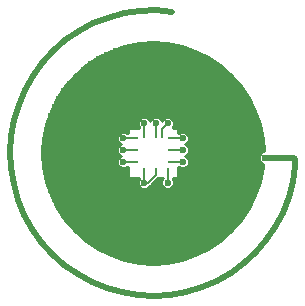
<source format=gbr>
G04 #@! TF.GenerationSoftware,KiCad,Pcbnew,5.0.2-bee76a0~70~ubuntu18.04.1*
G04 #@! TF.CreationDate,2019-07-03T17:50:11+02:00*
G04 #@! TF.ProjectId,upper_Sensor,75707065-725f-4536-956e-736f722e6b69,rev?*
G04 #@! TF.SameCoordinates,Original*
G04 #@! TF.FileFunction,Copper,L2,Bot*
G04 #@! TF.FilePolarity,Positive*
%FSLAX46Y46*%
G04 Gerber Fmt 4.6, Leading zero omitted, Abs format (unit mm)*
G04 Created by KiCad (PCBNEW 5.0.2-bee76a0~70~ubuntu18.04.1) date Mi 03 Jul 2019 17:50:11 CEST*
%MOMM*%
%LPD*%
G01*
G04 APERTURE LIST*
G04 #@! TA.AperFunction,SMDPad,CuDef*
%ADD10R,0.250000X0.500000*%
G04 #@! TD*
G04 #@! TA.AperFunction,SMDPad,CuDef*
%ADD11R,0.500000X0.250000*%
G04 #@! TD*
G04 #@! TA.AperFunction,ViaPad*
%ADD12C,0.600000*%
G04 #@! TD*
G04 #@! TA.AperFunction,Conductor*
%ADD13C,0.130000*%
G04 #@! TD*
G04 #@! TA.AperFunction,Conductor*
%ADD14C,0.500000*%
G04 #@! TD*
G04 #@! TA.AperFunction,Conductor*
%ADD15C,0.254000*%
G04 #@! TD*
G04 APERTURE END LIST*
D10*
G04 #@! TO.P,REF\002A\002A,SUB*
G04 #@! TO.N,N/C*
X109250000Y-81500000D03*
D11*
G04 #@! TO.P,REF\002A\002A,D4m*
G04 #@! TO.N,REFFET1_D4*
X108500000Y-78750000D03*
D10*
G04 #@! TO.P,REF\002A\002A,D1i*
G04 #@! TO.N,ISFET1_D1*
X111250000Y-81500000D03*
G04 #@! TO.P,REF\002A\002A,S*
G04 #@! TO.N,N/C*
X110250000Y-81500000D03*
D11*
G04 #@! TO.P,REF\002A\002A,D2m*
G04 #@! TO.N,REFFET1_D2*
X108500000Y-80750000D03*
G04 #@! TO.P,REF\002A\002A,D4i*
G04 #@! TO.N,ISFET1_D4*
X111500000Y-78750000D03*
D10*
G04 #@! TO.P,REF\002A\002A,ELEC*
G04 #@! TO.N,ELEC1*
X110250000Y-78500000D03*
G04 #@! TO.P,REF\002A\002A,O2*
G04 #@! TO.N,O2_ELEC1*
X110750000Y-78500000D03*
D11*
G04 #@! TO.P,REF\002A\002A,D3m*
G04 #@! TO.N,REFFET1_D3*
X108500000Y-79750000D03*
D10*
G04 #@! TO.P,REF\002A\002A,G*
G04 #@! TO.N,N/C*
X109250000Y-78500000D03*
D11*
G04 #@! TO.P,REF\002A\002A,D2i*
G04 #@! TO.N,ISFET1_D2*
X111500000Y-80750000D03*
G04 #@! TO.P,REF\002A\002A,D3i*
G04 #@! TO.N,ISFET1_D3*
X111500000Y-79750000D03*
G04 #@! TD*
D12*
G04 #@! TO.N,*
X109250000Y-77500000D03*
X109250000Y-82500000D03*
G04 #@! TO.N,GNDD*
X110797475Y-89115181D03*
X111588881Y-89010990D03*
X112368194Y-88838220D03*
X113129484Y-88598186D03*
X115248224Y-87495240D03*
X115881506Y-87009305D03*
X116470026Y-86470025D03*
X114575000Y-87924131D03*
X113866957Y-88292715D03*
X117924130Y-84574999D03*
X118292714Y-83866956D03*
X118598185Y-83129483D03*
X117495239Y-85248223D03*
X117009305Y-85881505D03*
X118598183Y-76870516D03*
X118292712Y-76133044D03*
X117924128Y-75425001D03*
X118838217Y-77631806D03*
X119010987Y-78411119D03*
X117495237Y-74751777D03*
X115881504Y-72990696D03*
X115248222Y-72504762D03*
X116470024Y-73529975D03*
X117009303Y-74118495D03*
X114574998Y-72075871D03*
X112368193Y-71161782D03*
X111588880Y-70989012D03*
X113129483Y-71401816D03*
X113866955Y-71707287D03*
X110797474Y-70884822D03*
X108411119Y-70989014D03*
X107631806Y-71161784D03*
X109202524Y-70884823D03*
X109999999Y-70850004D03*
X106870516Y-71401818D03*
X104751778Y-72504764D03*
X104118496Y-72990698D03*
X105425002Y-72075873D03*
X106133044Y-71707289D03*
X102504763Y-74751779D03*
X103529976Y-73529977D03*
X102075872Y-75425003D03*
X102990697Y-74118497D03*
X101707288Y-76133046D03*
X102075875Y-84574997D03*
X101401820Y-83129483D03*
X102504766Y-85248221D03*
X101707291Y-83866955D03*
X102990700Y-85881503D03*
X104751781Y-87495236D03*
X103529979Y-86470023D03*
X105425005Y-87924127D03*
X104118499Y-87009302D03*
X106133047Y-88292710D03*
X106870519Y-88598181D03*
X107631808Y-88838215D03*
X108411121Y-89010984D03*
X109202526Y-89115174D03*
X118838219Y-82368193D03*
X119010989Y-81588880D03*
X119115178Y-79202524D03*
X101401817Y-76870518D03*
X101161783Y-77631808D03*
X100989014Y-78411121D03*
X100884824Y-79202526D03*
X110000000Y-89150000D03*
X118300000Y-81400000D03*
X117500000Y-80400000D03*
X117500000Y-80400000D03*
X117500000Y-80400000D03*
X117500000Y-81100000D03*
X118200000Y-78600000D03*
X116500000Y-79100000D03*
X114800000Y-80500000D03*
X105100000Y-79600000D03*
X106300000Y-80700000D03*
X117500025Y-79700025D03*
G04 #@! TO.N,REFFET1_D2*
X107500000Y-80750000D03*
G04 #@! TO.N,REFFET1_D3*
X107500000Y-79750000D03*
G04 #@! TO.N,REFFET1_D4*
X107500000Y-78750000D03*
G04 #@! TO.N,ISFET1_D4*
X112500000Y-78750000D03*
G04 #@! TO.N,ISFET1_D3*
X112500000Y-79750000D03*
G04 #@! TO.N,ISFET1_D2*
X112500000Y-80750000D03*
G04 #@! TO.N,ISFET1_D1*
X111250000Y-82500000D03*
G04 #@! TO.N,ELEC1*
X110250000Y-77500000D03*
G04 #@! TO.N,RF_ANT*
X119491760Y-80403700D03*
G04 #@! TO.N,O2_ELEC1*
X111250000Y-77500000D03*
G04 #@! TD*
D13*
G04 #@! TO.N,*
X109250000Y-78500000D02*
X109250000Y-77500000D01*
X109250000Y-81500000D02*
X109250000Y-82500000D01*
X110250000Y-81880000D02*
X109610000Y-82520000D01*
X110250000Y-81500000D02*
X110250000Y-81880000D01*
X109610000Y-82520000D02*
X109280000Y-82520000D01*
G04 #@! TO.N,REFFET1_D2*
X108500000Y-80750000D02*
X107500000Y-80750000D01*
G04 #@! TO.N,REFFET1_D3*
X108500000Y-79750000D02*
X107250000Y-79750000D01*
X107250000Y-79750000D02*
X107500000Y-79750000D01*
G04 #@! TO.N,REFFET1_D4*
X108500000Y-78750000D02*
X107500000Y-78750000D01*
G04 #@! TO.N,ISFET1_D4*
X111500000Y-78750000D02*
X112500000Y-78750000D01*
G04 #@! TO.N,ISFET1_D3*
X111500000Y-79750000D02*
X112500000Y-79750000D01*
G04 #@! TO.N,ISFET1_D2*
X111500000Y-80750000D02*
X112500000Y-80750000D01*
G04 #@! TO.N,ISFET1_D1*
X111250000Y-81500000D02*
X111250000Y-82500000D01*
G04 #@! TO.N,ELEC1*
X110250000Y-78500000D02*
X110250000Y-77500000D01*
D14*
G04 #@! TO.N,RF_ANT*
X107510802Y-68172774D02*
X108862664Y-67967302D01*
X104919532Y-69033312D02*
X106190786Y-68529636D01*
X103713310Y-69677359D02*
X104919532Y-69033312D01*
X101556681Y-71351893D02*
X102587558Y-70453531D01*
X100633873Y-72360954D02*
X101556681Y-71351893D01*
X99830949Y-73467789D02*
X100633873Y-72360954D01*
X121485263Y-83764049D02*
X120986591Y-85037275D01*
X106190786Y-68529636D02*
X107510802Y-68172774D01*
X116572173Y-90143268D02*
X116462108Y-90206043D01*
X118681263Y-88409222D02*
X117675836Y-89335999D01*
X120347301Y-86246015D02*
X119575560Y-87374821D01*
X115384387Y-90820709D02*
X114127680Y-91359649D01*
X103610272Y-90259177D02*
X102492339Y-89471767D01*
X108862664Y-67967302D02*
X110229084Y-67915842D01*
X107392489Y-91801704D02*
X106076115Y-91431644D01*
X119490000Y-80400000D02*
X121900000Y-80400000D01*
X99105241Y-85232933D02*
X98583879Y-83968821D01*
X116462108Y-90206043D02*
X115384387Y-90820709D01*
X110108076Y-92085845D02*
X108742229Y-92020705D01*
X121836925Y-82442645D02*
X121485263Y-83764049D01*
X97998006Y-78574696D02*
X98235812Y-77228138D01*
X117675836Y-89335999D02*
X116572173Y-90143268D01*
X98624197Y-75917052D02*
X99158188Y-74658234D01*
X120986591Y-85037275D02*
X120347301Y-86246015D01*
X99766049Y-86430055D02*
X99105241Y-85232933D01*
X112818137Y-91753189D02*
X111472529Y-91996291D01*
X122055115Y-80555116D02*
X122037079Y-81089981D01*
X111472529Y-91996291D02*
X110108076Y-92085845D01*
X106076115Y-91431644D02*
X104809975Y-90915264D01*
X108742229Y-92020705D02*
X107392489Y-91801704D01*
X119575560Y-87374821D02*
X118681263Y-88409222D01*
X104809975Y-90915264D02*
X103610272Y-90259177D01*
X101470503Y-88563120D02*
X100557846Y-87544871D01*
X110229084Y-67915842D02*
X111592570Y-68019054D01*
X98235812Y-77228138D02*
X98624197Y-75917052D01*
X102492339Y-89471767D02*
X101470503Y-88563120D01*
X121900000Y-80400000D02*
X122055115Y-80555116D01*
X122037079Y-81089981D02*
X121836925Y-82442645D01*
X100557846Y-87544871D02*
X99766049Y-86430055D01*
X98208647Y-82653933D02*
X97984335Y-81305055D01*
X98583879Y-83968821D02*
X98208647Y-82653933D01*
X97984335Y-81305055D02*
X97913822Y-79939489D01*
X97913822Y-79939489D02*
X97998006Y-78574696D01*
X102587558Y-70453531D02*
X103713310Y-69677359D01*
X114127680Y-91359649D02*
X112818137Y-91753189D01*
X99158188Y-74658234D02*
X99830949Y-73467789D01*
D13*
G04 #@! TO.N,O2_ELEC1*
X110750000Y-78500000D02*
X110750000Y-78000000D01*
X110750000Y-78000000D02*
X111250000Y-77500000D01*
G04 #@! TD*
D15*
G04 #@! TO.N,GNDD*
G36*
X111223385Y-70707457D02*
X112425842Y-70946641D01*
X113586785Y-71340728D01*
X114686365Y-71882981D01*
X115705754Y-72564114D01*
X116627519Y-73372481D01*
X117435886Y-74294246D01*
X118117019Y-75313635D01*
X118659272Y-76413215D01*
X119053359Y-77574158D01*
X119292543Y-78776615D01*
X119363163Y-79854074D01*
X119176245Y-79931498D01*
X119019558Y-80088185D01*
X118934760Y-80292906D01*
X118934760Y-80514494D01*
X119019558Y-80719215D01*
X119176245Y-80875902D01*
X119311642Y-80931985D01*
X119292543Y-81223385D01*
X119053359Y-82425842D01*
X118659272Y-83586785D01*
X118117019Y-84686365D01*
X117435886Y-85705754D01*
X116627519Y-86627519D01*
X115705754Y-87435886D01*
X114686365Y-88117019D01*
X113586785Y-88659272D01*
X112425842Y-89053359D01*
X111223385Y-89292543D01*
X110000000Y-89372728D01*
X108776615Y-89292543D01*
X107574158Y-89053359D01*
X106413215Y-88659272D01*
X105313635Y-88117019D01*
X104294246Y-87435886D01*
X103372481Y-86627519D01*
X102564114Y-85705754D01*
X101882981Y-84686365D01*
X101340728Y-83586785D01*
X100946641Y-82425842D01*
X100707457Y-81223385D01*
X100627272Y-80000000D01*
X100643657Y-79750000D01*
X106921692Y-79750000D01*
X106943000Y-79857122D01*
X106943000Y-79860794D01*
X106944405Y-79864186D01*
X106946683Y-79875638D01*
X106953170Y-79885346D01*
X107027798Y-80065515D01*
X107184485Y-80222202D01*
X107251595Y-80250000D01*
X107184485Y-80277798D01*
X107027798Y-80434485D01*
X106943000Y-80639206D01*
X106943000Y-80860794D01*
X107027798Y-81065515D01*
X107184485Y-81222202D01*
X107389206Y-81307000D01*
X107610794Y-81307000D01*
X107815515Y-81222202D01*
X107873000Y-81164717D01*
X107873000Y-82000000D01*
X107882667Y-82048601D01*
X107910197Y-82089803D01*
X107951399Y-82117333D01*
X108000000Y-82127000D01*
X108835283Y-82127000D01*
X108777798Y-82184485D01*
X108693000Y-82389206D01*
X108693000Y-82610794D01*
X108777798Y-82815515D01*
X108934485Y-82972202D01*
X109139206Y-83057000D01*
X109360794Y-83057000D01*
X109565515Y-82972202D01*
X109709127Y-82828590D01*
X109735638Y-82823317D01*
X109842149Y-82752149D01*
X109860115Y-82725262D01*
X110455264Y-82130113D01*
X110459923Y-82127000D01*
X110835283Y-82127000D01*
X110777798Y-82184485D01*
X110693000Y-82389206D01*
X110693000Y-82610794D01*
X110777798Y-82815515D01*
X110934485Y-82972202D01*
X111139206Y-83057000D01*
X111360794Y-83057000D01*
X111565515Y-82972202D01*
X111722202Y-82815515D01*
X111807000Y-82610794D01*
X111807000Y-82389206D01*
X111722202Y-82184485D01*
X111664717Y-82127000D01*
X112000000Y-82127000D01*
X112048601Y-82117333D01*
X112089803Y-82089803D01*
X112117333Y-82048601D01*
X112127000Y-82000000D01*
X112127000Y-81164717D01*
X112184485Y-81222202D01*
X112389206Y-81307000D01*
X112610794Y-81307000D01*
X112815515Y-81222202D01*
X112972202Y-81065515D01*
X113057000Y-80860794D01*
X113057000Y-80639206D01*
X112972202Y-80434485D01*
X112815515Y-80277798D01*
X112748405Y-80250000D01*
X112815515Y-80222202D01*
X112972202Y-80065515D01*
X113057000Y-79860794D01*
X113057000Y-79639206D01*
X112972202Y-79434485D01*
X112815515Y-79277798D01*
X112748405Y-79250000D01*
X112815515Y-79222202D01*
X112972202Y-79065515D01*
X113057000Y-78860794D01*
X113057000Y-78639206D01*
X112972202Y-78434485D01*
X112815515Y-78277798D01*
X112610794Y-78193000D01*
X112389206Y-78193000D01*
X112184485Y-78277798D01*
X112127000Y-78335283D01*
X112127000Y-78000000D01*
X112117333Y-77951399D01*
X112089803Y-77910197D01*
X112048601Y-77882667D01*
X112000000Y-77873000D01*
X111664717Y-77873000D01*
X111722202Y-77815515D01*
X111807000Y-77610794D01*
X111807000Y-77389206D01*
X111722202Y-77184485D01*
X111565515Y-77027798D01*
X111360794Y-76943000D01*
X111139206Y-76943000D01*
X110934485Y-77027798D01*
X110777798Y-77184485D01*
X110750000Y-77251595D01*
X110722202Y-77184485D01*
X110565515Y-77027798D01*
X110360794Y-76943000D01*
X110139206Y-76943000D01*
X109934485Y-77027798D01*
X109777798Y-77184485D01*
X109750000Y-77251595D01*
X109722202Y-77184485D01*
X109565515Y-77027798D01*
X109360794Y-76943000D01*
X109139206Y-76943000D01*
X108934485Y-77027798D01*
X108777798Y-77184485D01*
X108693000Y-77389206D01*
X108693000Y-77610794D01*
X108777798Y-77815515D01*
X108835283Y-77873000D01*
X108000000Y-77873000D01*
X107951399Y-77882667D01*
X107910197Y-77910197D01*
X107882667Y-77951399D01*
X107873000Y-78000000D01*
X107873000Y-78335283D01*
X107815515Y-78277798D01*
X107610794Y-78193000D01*
X107389206Y-78193000D01*
X107184485Y-78277798D01*
X107027798Y-78434485D01*
X106943000Y-78639206D01*
X106943000Y-78860794D01*
X107027798Y-79065515D01*
X107184485Y-79222202D01*
X107251595Y-79250000D01*
X107184485Y-79277798D01*
X107027798Y-79434485D01*
X106953170Y-79614654D01*
X106946683Y-79624362D01*
X106944405Y-79635814D01*
X106943000Y-79639206D01*
X106943000Y-79642878D01*
X106921692Y-79750000D01*
X100643657Y-79750000D01*
X100707457Y-78776615D01*
X100946641Y-77574158D01*
X101340728Y-76413215D01*
X101882981Y-75313635D01*
X102564114Y-74294246D01*
X103372481Y-73372481D01*
X104294246Y-72564114D01*
X105313635Y-71882981D01*
X106413215Y-71340728D01*
X107574158Y-70946641D01*
X108776615Y-70707457D01*
X110000000Y-70627272D01*
X111223385Y-70707457D01*
X111223385Y-70707457D01*
G37*
X111223385Y-70707457D02*
X112425842Y-70946641D01*
X113586785Y-71340728D01*
X114686365Y-71882981D01*
X115705754Y-72564114D01*
X116627519Y-73372481D01*
X117435886Y-74294246D01*
X118117019Y-75313635D01*
X118659272Y-76413215D01*
X119053359Y-77574158D01*
X119292543Y-78776615D01*
X119363163Y-79854074D01*
X119176245Y-79931498D01*
X119019558Y-80088185D01*
X118934760Y-80292906D01*
X118934760Y-80514494D01*
X119019558Y-80719215D01*
X119176245Y-80875902D01*
X119311642Y-80931985D01*
X119292543Y-81223385D01*
X119053359Y-82425842D01*
X118659272Y-83586785D01*
X118117019Y-84686365D01*
X117435886Y-85705754D01*
X116627519Y-86627519D01*
X115705754Y-87435886D01*
X114686365Y-88117019D01*
X113586785Y-88659272D01*
X112425842Y-89053359D01*
X111223385Y-89292543D01*
X110000000Y-89372728D01*
X108776615Y-89292543D01*
X107574158Y-89053359D01*
X106413215Y-88659272D01*
X105313635Y-88117019D01*
X104294246Y-87435886D01*
X103372481Y-86627519D01*
X102564114Y-85705754D01*
X101882981Y-84686365D01*
X101340728Y-83586785D01*
X100946641Y-82425842D01*
X100707457Y-81223385D01*
X100627272Y-80000000D01*
X100643657Y-79750000D01*
X106921692Y-79750000D01*
X106943000Y-79857122D01*
X106943000Y-79860794D01*
X106944405Y-79864186D01*
X106946683Y-79875638D01*
X106953170Y-79885346D01*
X107027798Y-80065515D01*
X107184485Y-80222202D01*
X107251595Y-80250000D01*
X107184485Y-80277798D01*
X107027798Y-80434485D01*
X106943000Y-80639206D01*
X106943000Y-80860794D01*
X107027798Y-81065515D01*
X107184485Y-81222202D01*
X107389206Y-81307000D01*
X107610794Y-81307000D01*
X107815515Y-81222202D01*
X107873000Y-81164717D01*
X107873000Y-82000000D01*
X107882667Y-82048601D01*
X107910197Y-82089803D01*
X107951399Y-82117333D01*
X108000000Y-82127000D01*
X108835283Y-82127000D01*
X108777798Y-82184485D01*
X108693000Y-82389206D01*
X108693000Y-82610794D01*
X108777798Y-82815515D01*
X108934485Y-82972202D01*
X109139206Y-83057000D01*
X109360794Y-83057000D01*
X109565515Y-82972202D01*
X109709127Y-82828590D01*
X109735638Y-82823317D01*
X109842149Y-82752149D01*
X109860115Y-82725262D01*
X110455264Y-82130113D01*
X110459923Y-82127000D01*
X110835283Y-82127000D01*
X110777798Y-82184485D01*
X110693000Y-82389206D01*
X110693000Y-82610794D01*
X110777798Y-82815515D01*
X110934485Y-82972202D01*
X111139206Y-83057000D01*
X111360794Y-83057000D01*
X111565515Y-82972202D01*
X111722202Y-82815515D01*
X111807000Y-82610794D01*
X111807000Y-82389206D01*
X111722202Y-82184485D01*
X111664717Y-82127000D01*
X112000000Y-82127000D01*
X112048601Y-82117333D01*
X112089803Y-82089803D01*
X112117333Y-82048601D01*
X112127000Y-82000000D01*
X112127000Y-81164717D01*
X112184485Y-81222202D01*
X112389206Y-81307000D01*
X112610794Y-81307000D01*
X112815515Y-81222202D01*
X112972202Y-81065515D01*
X113057000Y-80860794D01*
X113057000Y-80639206D01*
X112972202Y-80434485D01*
X112815515Y-80277798D01*
X112748405Y-80250000D01*
X112815515Y-80222202D01*
X112972202Y-80065515D01*
X113057000Y-79860794D01*
X113057000Y-79639206D01*
X112972202Y-79434485D01*
X112815515Y-79277798D01*
X112748405Y-79250000D01*
X112815515Y-79222202D01*
X112972202Y-79065515D01*
X113057000Y-78860794D01*
X113057000Y-78639206D01*
X112972202Y-78434485D01*
X112815515Y-78277798D01*
X112610794Y-78193000D01*
X112389206Y-78193000D01*
X112184485Y-78277798D01*
X112127000Y-78335283D01*
X112127000Y-78000000D01*
X112117333Y-77951399D01*
X112089803Y-77910197D01*
X112048601Y-77882667D01*
X112000000Y-77873000D01*
X111664717Y-77873000D01*
X111722202Y-77815515D01*
X111807000Y-77610794D01*
X111807000Y-77389206D01*
X111722202Y-77184485D01*
X111565515Y-77027798D01*
X111360794Y-76943000D01*
X111139206Y-76943000D01*
X110934485Y-77027798D01*
X110777798Y-77184485D01*
X110750000Y-77251595D01*
X110722202Y-77184485D01*
X110565515Y-77027798D01*
X110360794Y-76943000D01*
X110139206Y-76943000D01*
X109934485Y-77027798D01*
X109777798Y-77184485D01*
X109750000Y-77251595D01*
X109722202Y-77184485D01*
X109565515Y-77027798D01*
X109360794Y-76943000D01*
X109139206Y-76943000D01*
X108934485Y-77027798D01*
X108777798Y-77184485D01*
X108693000Y-77389206D01*
X108693000Y-77610794D01*
X108777798Y-77815515D01*
X108835283Y-77873000D01*
X108000000Y-77873000D01*
X107951399Y-77882667D01*
X107910197Y-77910197D01*
X107882667Y-77951399D01*
X107873000Y-78000000D01*
X107873000Y-78335283D01*
X107815515Y-78277798D01*
X107610794Y-78193000D01*
X107389206Y-78193000D01*
X107184485Y-78277798D01*
X107027798Y-78434485D01*
X106943000Y-78639206D01*
X106943000Y-78860794D01*
X107027798Y-79065515D01*
X107184485Y-79222202D01*
X107251595Y-79250000D01*
X107184485Y-79277798D01*
X107027798Y-79434485D01*
X106953170Y-79614654D01*
X106946683Y-79624362D01*
X106944405Y-79635814D01*
X106943000Y-79639206D01*
X106943000Y-79642878D01*
X106921692Y-79750000D01*
X100643657Y-79750000D01*
X100707457Y-78776615D01*
X100946641Y-77574158D01*
X101340728Y-76413215D01*
X101882981Y-75313635D01*
X102564114Y-74294246D01*
X103372481Y-73372481D01*
X104294246Y-72564114D01*
X105313635Y-71882981D01*
X106413215Y-71340728D01*
X107574158Y-70946641D01*
X108776615Y-70707457D01*
X110000000Y-70627272D01*
X111223385Y-70707457D01*
G04 #@! TD*
M02*

</source>
